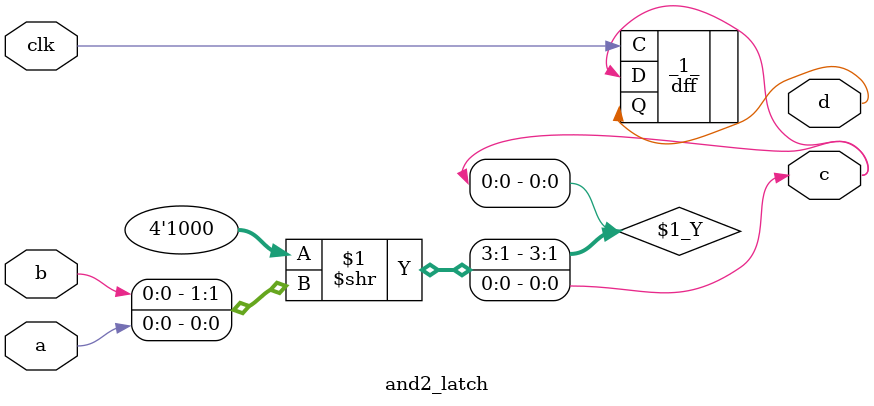
<source format=v>
/* Generated by Yosys 0.14+36 (git sha1 4cd3e3b51, gcc 8.2.0 -fPIC -Os) */

module and2_latch(a, b, clk, c, d);
  input a;
  wire a;
  input b;
  wire b;
  output c;
  wire c;
  input clk;
  wire clk;
  output d;
  wire d;
  assign c = 4'b1000 >> { b, a };
  dff _1_ (
    .C(clk),
    .D(c),
    .Q(d)
  );
endmodule
</source>
